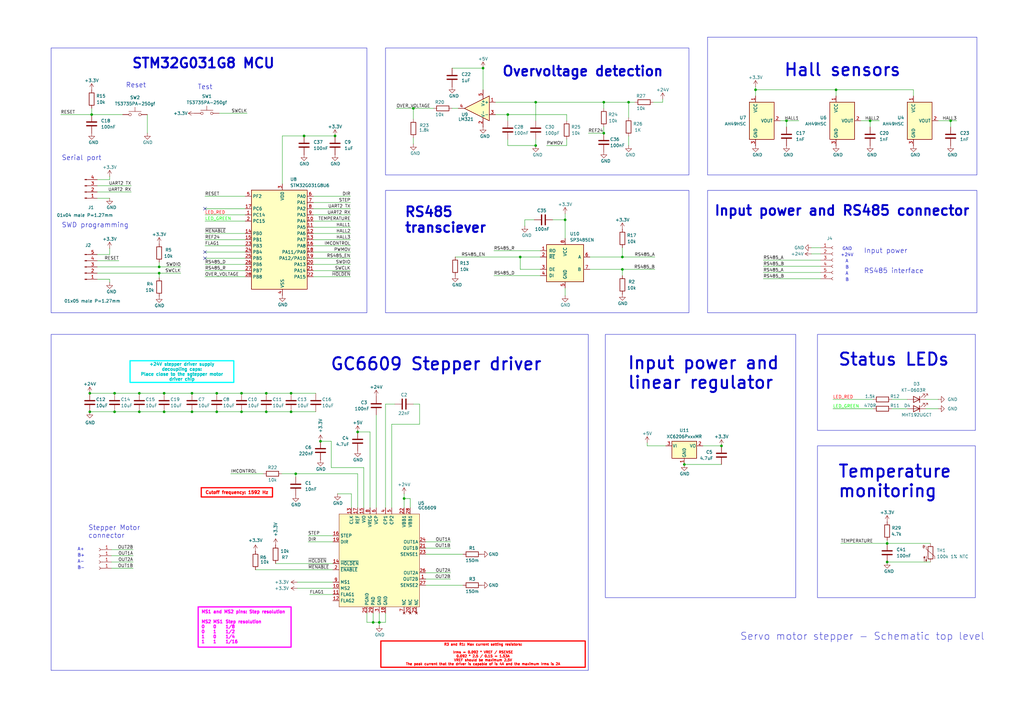
<source format=kicad_sch>
(kicad_sch (version 20231120) (generator "eeschema") (generator_version "8.0")
  (paper "A3")
  (title_block (title "Servo motor stepper M3 - Schematic top level") (date "2024-07-17") (rev "V8"))
  (junction (at 165.735 204.47))
  (junction (at 57.15 161.29))
  (junction (at 37.592 46.99))
  (junction (at 119.38 168.91))
  (junction (at 46.99 161.29))
  (junction (at 389.89 49.53))
  (junction (at 213.36 105.41))
  (junction (at 65.278 112.014))
  (junction (at 169.545 44.45))
  (junction (at 124.714 55.753))
  (junction (at 65.278 109.474))
  (junction (at 67.31 161.29))
  (junction (at 247.65 41.91))
  (junction (at 255.27 110.49))
  (junction (at 46.99 168.91))
  (junction (at 219.71 59.69))
  (junction (at 67.31 168.91))
  (junction (at 137.414 55.753))
  (junction (at 198.12 27.94))
  (junction (at 363.855 230.505))
  (junction (at 99.06 168.91))
  (junction (at 295.91 182.88))
  (junction (at 109.22 161.29))
  (junction (at 119.38 161.29))
  (junction (at 78.74 161.29))
  (junction (at 36.83 168.91))
  (junction (at 99.06 161.29))
  (junction (at 121.285 194.31))
  (junction (at 219.71 41.91))
  (junction (at 309.88 36.83))
  (junction (at 208.28 46.99))
  (junction (at 322.58 49.53))
  (junction (at 57.15 168.91))
  (junction (at 257.81 41.91))
  (junction (at 363.855 222.885))
  (junction (at 131.445 180.975))
  (junction (at 342.9 36.83))
  (junction (at 247.65 54.61))
  (junction (at 231.775 90.17))
  (junction (at 155.575 255.27))
  (junction (at 255.27 105.41))
  (junction (at 36.83 161.29))
  (junction (at 146.685 177.165))
  (junction (at 88.9 168.91))
  (junction (at 109.22 168.91))
  (junction (at 88.9 161.29))
  (junction (at 78.74 168.91))
  (junction (at 153.035 255.27))
  (junction (at 356.87 49.53))
  (junction (at 280.67 190.5))
  (no_connect (at 84.074 105.918))
  (no_connect (at 84.074 103.378))
  (no_connect (at 84.074 85.598))
  (wire (pts (xy 172.085 165.735) (xy 169.545 165.735)))
  (wire (pts (xy 320.04 49.53) (xy 322.58 49.53)))
  (wire (pts (xy 271.78 41.91) (xy 267.97 41.91)))
  (wire (pts (xy 99.06 161.29) (xy 109.22 161.29)))
  (wire (pts (xy 186.69 105.41) (xy 213.36 105.41)))
  (wire (pts (xy 208.28 46.99) (xy 232.41 46.99)))
  (wire (pts (xy 162.56 44.45) (xy 169.545 44.45)))
  (wire (pts (xy 379.73 163.83) (xy 384.81 163.83)))
  (wire (pts (xy 39.878 109.474) (xy 65.278 109.474)))
  (wire (pts (xy 224.155 59.69) (xy 232.41 59.69)))
  (wire (pts (xy 332.74 104.14) (xy 336.55 104.14)))
  (wire (pts (xy 143.764 98.298) (xy 128.524 98.298)))
  (wire (pts (xy 143.764 105.918) (xy 128.524 105.918)))
  (wire (pts (xy 356.87 49.53) (xy 360.68 49.53)))
  (wire (pts (xy 143.764 90.678) (xy 128.524 90.678)))
  (wire (pts (xy 84.074 108.458) (xy 100.584 108.458)))
  (wire (pts (xy 215.265 90.17) (xy 215.265 92.71)))
  (wire (pts (xy 165.735 204.47) (xy 165.735 208.28)))
  (wire (pts (xy 184.785 224.79) (xy 174.625 224.79)))
  (wire (pts (xy 57.15 161.29) (xy 67.31 161.29)))
  (wire (pts (xy 37.592 46.99) (xy 50.292 46.99)))
  (wire (pts (xy 219.71 59.69) (xy 219.71 57.15)))
  (wire (pts (xy 143.764 80.518) (xy 128.524 80.518)))
  (wire (pts (xy 169.545 44.45) (xy 169.545 48.895)))
  (wire (pts (xy 143.764 103.378) (xy 128.524 103.378)))
  (wire (pts (xy 332.74 101.6) (xy 336.55 101.6)))
  (wire (pts (xy 39.878 78.74) (xy 53.848 78.74)))
  (wire (pts (xy 255.27 101.6) (xy 255.27 105.41)))
  (wire (pts (xy 255.27 105.41) (xy 268.605 105.41)))
  (wire (pts (xy 78.74 168.91) (xy 88.9 168.91)))
  (wire (pts (xy 169.545 44.45) (xy 177.8 44.45)))
  (wire (pts (xy 255.27 110.49) (xy 255.27 113.03)))
  (wire (pts (xy 144.145 208.28) (xy 144.145 202.565)))
  (wire (pts (xy 128.524 85.598) (xy 143.764 85.598)))
  (wire (pts (xy 39.878 104.394) (xy 44.958 104.394)))
  (wire (pts (xy 128.524 88.138) (xy 143.764 88.138)))
  (wire (pts (xy 143.764 95.758) (xy 128.524 95.758)))
  (wire (pts (xy 84.074 103.378) (xy 100.584 103.378)))
  (wire (pts (xy 374.65 39.37) (xy 374.65 36.83)))
  (wire (pts (xy 174.625 240.03) (xy 189.865 240.03)))
  (wire (pts (xy 241.935 110.49) (xy 255.27 110.49)))
  (wire (pts (xy 113.03 231.14) (xy 136.525 231.14)))
  (wire (pts (xy 389.89 49.53) (xy 389.89 52.07)))
  (wire (pts (xy 143.764 83.058) (xy 128.524 83.058)))
  (wire (pts (xy 109.22 168.91) (xy 119.38 168.91)))
  (wire (pts (xy 143.764 100.838) (xy 128.524 100.838)))
  (wire (pts (xy 353.06 49.53) (xy 356.87 49.53)))
  (wire (pts (xy 57.15 168.91) (xy 67.31 168.91)))
  (wire (pts (xy 208.28 46.99) (xy 208.28 49.53)))
  (wire (pts (xy 158.115 165.735) (xy 158.115 208.28)))
  (wire (pts (xy 184.785 237.49) (xy 174.625 237.49)))
  (wire (pts (xy 126.365 219.71) (xy 136.525 219.71)))
  (wire (pts (xy 257.81 55.88) (xy 257.81 59.69)))
  (wire (pts (xy 213.36 105.41) (xy 221.615 105.41)))
  (wire (pts (xy 365.76 163.83) (xy 372.11 163.83)))
  (wire (pts (xy 127 243.84) (xy 136.525 243.84)))
  (wire (pts (xy 363.855 222.885) (xy 381.635 222.885)))
  (wire (pts (xy 257.81 41.91) (xy 257.81 48.26)))
  (wire (pts (xy 379.73 167.64) (xy 384.81 167.64)))
  (wire (pts (xy 165.735 202.565) (xy 165.735 204.47)))
  (wire (pts (xy 161.925 165.735) (xy 158.115 165.735)))
  (wire (pts (xy 313.055 109.22) (xy 336.55 109.22)))
  (wire (pts (xy 313.055 106.68) (xy 336.55 106.68)))
  (wire (pts (xy 202.565 102.87) (xy 221.615 102.87)))
  (wire (pts (xy 149.225 208.28) (xy 149.225 191.77)))
  (wire (pts (xy 121.92 241.3) (xy 136.525 241.3)))
  (wire (pts (xy 208.28 57.15) (xy 208.28 59.69)))
  (wire (pts (xy 121.285 194.31) (xy 121.285 195.58)))
  (wire (pts (xy 231.775 90.17) (xy 231.775 97.79)))
  (wire (pts (xy 168.275 204.47) (xy 165.735 204.47)))
  (wire (pts (xy 126.365 222.25) (xy 136.525 222.25)))
  (wire (pts (xy 160.655 173.99) (xy 172.085 173.99)))
  (wire (pts (xy 154.305 170.18) (xy 154.305 208.28)))
  (wire (pts (xy 54.61 233.045) (xy 45.72 233.045)))
  (wire (pts (xy 39.878 73.66) (xy 44.958 73.66)))
  (wire (pts (xy 184.785 222.25) (xy 174.625 222.25)))
  (wire (pts (xy 115.57 194.31) (xy 121.285 194.31)))
  (wire (pts (xy 143.764 108.458) (xy 128.524 108.458)))
  (wire (pts (xy 363.855 230.505) (xy 381.635 230.505)))
  (wire (pts (xy 39.878 81.28) (xy 44.958 81.28)))
  (wire (pts (xy 36.83 161.29) (xy 46.99 161.29)))
  (wire (pts (xy 265.43 181.61) (xy 265.43 182.88)))
  (wire (pts (xy 213.36 110.49) (xy 221.615 110.49)))
  (wire (pts (xy 84.074 100.838) (xy 100.584 100.838)))
  (wire (pts (xy 231.775 87.63) (xy 231.775 90.17)))
  (wire (pts (xy 143.764 93.218) (xy 128.524 93.218)))
  (wire (pts (xy 144.145 202.565) (xy 138.43 202.565)))
  (wire (pts (xy 65.278 107.569) (xy 65.278 109.474)))
  (wire (pts (xy 203.2 41.91) (xy 219.71 41.91)))
  (wire (pts (xy 37.592 44.45) (xy 37.592 46.99)))
  (wire (pts (xy 389.89 49.53) (xy 392.43 49.53)))
  (wire (pts (xy 265.43 182.88) (xy 273.05 182.88)))
  (wire (pts (xy 363.855 221.615) (xy 363.855 222.885)))
  (wire (pts (xy 219.71 49.53) (xy 219.71 41.91)))
  (wire (pts (xy 169.545 56.515) (xy 169.545 59.055)))
  (wire (pts (xy 44.958 114.554) (xy 44.958 115.824)))
  (wire (pts (xy 65.278 112.014) (xy 74.168 112.014)))
  (wire (pts (xy 84.074 105.918) (xy 100.584 105.918)))
  (wire (pts (xy 257.81 41.91) (xy 260.35 41.91)))
  (wire (pts (xy 150.495 251.46) (xy 150.495 255.27)))
  (wire (pts (xy 226.695 90.17) (xy 231.775 90.17)))
  (wire (pts (xy 168.275 208.28) (xy 168.275 204.47)))
  (wire (pts (xy 158.115 251.46) (xy 158.115 255.27)))
  (wire (pts (xy 88.9 161.29) (xy 99.06 161.29)))
  (wire (pts (xy 149.225 191.77) (xy 135.89 191.77)))
  (wire (pts (xy 39.878 106.934) (xy 48.768 106.934)))
  (wire (pts (xy 203.2 46.99) (xy 208.28 46.99)))
  (wire (pts (xy 231.775 121.285) (xy 231.775 118.11)))
  (wire (pts (xy 84.074 90.678) (xy 100.584 90.678)))
  (wire (pts (xy 313.055 114.3) (xy 336.55 114.3)))
  (wire (pts (xy 155.575 251.46) (xy 155.575 255.27)))
  (wire (pts (xy 322.58 49.53) (xy 322.58 52.07)))
  (wire (pts (xy 174.625 227.33) (xy 189.865 227.33)))
  (wire (pts (xy 60.452 46.99) (xy 60.452 54.61)))
  (wire (pts (xy 84.074 95.758) (xy 100.584 95.758)))
  (wire (pts (xy 39.878 112.014) (xy 65.278 112.014)))
  (wire (pts (xy 153.035 255.27) (xy 155.575 255.27)))
  (wire (pts (xy 94.615 194.31) (xy 107.95 194.31)))
  (wire (pts (xy 84.074 113.538) (xy 100.584 113.538)))
  (wire (pts (xy 219.075 90.17) (xy 215.265 90.17)))
  (wire (pts (xy 24.892 46.99) (xy 37.592 46.99)))
  (wire (pts (xy 99.06 168.91) (xy 109.22 168.91)))
  (wire (pts (xy 344.805 222.885) (xy 363.855 222.885)))
  (wire (pts (xy 155.575 255.27) (xy 155.575 256.54)))
  (wire (pts (xy 232.41 46.99) (xy 232.41 49.53)))
  (wire (pts (xy 208.28 59.69) (xy 219.71 59.69)))
  (wire (pts (xy 78.74 161.29) (xy 88.9 161.29)))
  (wire (pts (xy 84.074 98.298) (xy 100.584 98.298)))
  (wire (pts (xy 65.278 113.919) (xy 65.278 112.014)))
  (wire (pts (xy 88.9 168.91) (xy 99.06 168.91)))
  (wire (pts (xy 54.61 225.425) (xy 45.72 225.425)))
  (wire (pts (xy 342.9 39.37) (xy 342.9 36.83)))
  (wire (pts (xy 374.65 36.83) (xy 342.9 36.83)))
  (wire (pts (xy 44.958 104.394) (xy 44.958 101.854)))
  (wire (pts (xy 255.27 110.49) (xy 268.605 110.49)))
  (wire (pts (xy 115.824 75.438) (xy 115.824 55.753)))
  (wire (pts (xy 119.38 161.29) (xy 129.54 161.29)))
  (wire (pts (xy 213.36 105.41) (xy 213.36 110.49)))
  (wire (pts (xy 322.58 49.53) (xy 327.66 49.53)))
  (wire (pts (xy 39.878 76.2) (xy 53.848 76.2)))
  (wire (pts (xy 172.085 173.99) (xy 172.085 165.735)))
  (wire (pts (xy 65.278 109.474) (xy 74.168 109.474)))
  (wire (pts (xy 151.765 177.165) (xy 151.765 208.28)))
  (wire (pts (xy 185.42 44.45) (xy 187.96 44.45)))
  (wire (pts (xy 185.42 27.94) (xy 198.12 27.94)))
  (wire (pts (xy 150.495 255.27) (xy 153.035 255.27)))
  (wire (pts (xy 84.074 88.138) (xy 100.584 88.138)))
  (wire (pts (xy 158.115 255.27) (xy 155.575 255.27)))
  (wire (pts (xy 124.714 55.753) (xy 137.414 55.753)))
  (wire (pts (xy 104.775 233.68) (xy 136.525 233.68)))
  (wire (pts (xy 67.31 168.91) (xy 78.74 168.91)))
  (wire (pts (xy 313.055 111.76) (xy 336.55 111.76)))
  (wire (pts (xy 89.916 46.482) (xy 101.346 46.482)))
  (wire (pts (xy 219.71 41.91) (xy 247.65 41.91)))
  (wire (pts (xy 160.655 208.28) (xy 160.655 173.99)))
  (wire (pts (xy 46.99 168.91) (xy 57.15 168.91)))
  (wire (pts (xy 309.88 35.56) (xy 309.88 36.83)))
  (wire (pts (xy 232.41 57.15) (xy 232.41 59.69)))
  (wire (pts (xy 271.78 40.64) (xy 271.78 41.91)))
  (wire (pts (xy 36.83 168.91) (xy 46.99 168.91)))
  (wire (pts (xy 39.878 114.554) (xy 44.958 114.554)))
  (wire (pts (xy 341.63 167.64) (xy 358.14 167.64)))
  (wire (pts (xy 44.958 73.66) (xy 44.958 72.39)))
  (wire (pts (xy 247.65 41.91) (xy 257.81 41.91)))
  (wire (pts (xy 241.935 105.41) (xy 255.27 105.41)))
  (wire (pts (xy 121.285 194.31) (xy 146.685 194.31)))
  (wire (pts (xy 288.29 182.88) (xy 295.91 182.88)))
  (wire (pts (xy 54.61 227.965) (xy 45.72 227.965)))
  (wire (pts (xy 146.685 177.165) (xy 151.765 177.165)))
  (wire (pts (xy 146.685 208.28) (xy 146.685 194.31)))
  (wire (pts (xy 84.074 85.598) (xy 100.584 85.598)))
  (wire (pts (xy 109.22 161.29) (xy 119.38 161.29)))
  (wire (pts (xy 247.65 41.91) (xy 247.65 44.45)))
  (wire (pts (xy 54.61 230.505) (xy 45.72 230.505)))
  (wire (pts (xy 119.38 168.91) (xy 129.54 168.91)))
  (wire (pts (xy 198.12 27.94) (xy 198.12 36.83)))
  (wire (pts (xy 184.785 234.95) (xy 174.625 234.95)))
  (wire (pts (xy 365.76 167.64) (xy 372.11 167.64)))
  (wire (pts (xy 135.89 180.975) (xy 131.445 180.975)))
  (wire (pts (xy 247.65 52.07) (xy 247.65 54.61)))
  (wire (pts (xy 342.9 36.83) (xy 309.88 36.83)))
  (wire (pts (xy 309.88 36.83) (xy 309.88 39.37)))
  (wire (pts (xy 384.81 49.53) (xy 389.89 49.53)))
  (wire (pts (xy 143.764 113.538) (xy 128.524 113.538)))
  (wire (pts (xy 84.074 110.998) (xy 100.584 110.998)))
  (wire (pts (xy 356.87 49.53) (xy 356.87 52.07)))
  (wire (pts (xy 280.67 190.5) (xy 295.91 190.5)))
  (wire (pts (xy 241.3 54.61) (xy 247.65 54.61)))
  (wire (pts (xy 84.074 80.518) (xy 100.584 80.518)))
  (wire (pts (xy 115.824 55.753) (xy 124.714 55.753)))
  (wire (pts (xy 136.525 238.76) (xy 121.92 238.76)))
  (wire (pts (xy 46.99 161.29) (xy 57.15 161.29)))
  (wire (pts (xy 153.035 251.46) (xy 153.035 255.27)))
  (wire (pts (xy 341.63 163.83) (xy 358.14 163.83)))
  (wire (pts (xy 202.565 113.03) (xy 221.615 113.03)))
  (wire (pts (xy 135.89 191.77) (xy 135.89 180.975)))
  (wire (pts (xy 67.31 161.29) (xy 78.74 161.29)))
  (wire (pts (xy 143.764 110.998) (xy 128.524 110.998)))
  (rectangle (start 248.285 137.16) (end 326.39 245.11))
  (rectangle (start 335.28 137.16) (end 400.05 176.53))
  (rectangle (start 20.955 137.16) (end 241.3 274.955))
  (rectangle (start 158.115 19.685) (end 282.575 71.755))
  (rectangle (start 290.195 15.24) (end 400.685 71.755))
  (rectangle (start 20.955 19.685) (end 150.495 128.27))
  (rectangle (start 158.115 78.105) (end 282.575 128.27))
  (rectangle (start 335.28 182.88) (end 400.05 245.11))
  (rectangle (start 290.195 78.105) (end 400.685 128.27))
  (text_box "Cutoff frequency: 1592 Hz\n" (at 82.55 200.025 0) (size 29.21 3.81) (stroke (width 0.5) (color 255 0 0 1)) (effects (font (size 1.27 1.27) (thickness 0.4) (bold yes))))
  (text_box "+24V stepper driver supply \ndecoupling caps:\nPlace close to the sgtepper motor driver chip" (at 53.34 147.955 0) (size 42.545 8.89) (stroke (width 0.5) (color 0 255 255 1)) (effects (font (size 1.27 1.27) (thickness 0.4) (bold yes))))
  (text_box "MS1 and MS2 pins: Step resolution\n\nMS2	MS1	Step resolution\n0	0	1/8\n0	1	1/2\n1	0	1/4\n1	1	1/16\n" (at 81.28 248.92 0) (size 38.1 16.51) (stroke (width 0.5) (color 255 0 255 1)) (effects (font (size 1.27 1.27) (thickness 0.4) (bold yes)) (justify left top)))
  (text_box "${94df9340-9001-4abf-849e-0a57a0ae12d6:REFERENCE} and ${c2765680-53cb-47ff-a513-50fbdfe64cd0:REFERENCE}: Max current setting resistors:\n\nIrms = 0.092 * VREF / RSENSE\n0.092 * 2.5 / 0.15 = 1.53A\nVREF should be maximum 2.5V\nThe peak current that the driver is capable of is 4A and the maximum Irms is 2A" (at 156.21 262.89 0) (size 83.82 10.795) (stroke (width 0.5) (color 255 0 0 1)) (effects (font (size 1 1) (thickness 0.4) (bold yes))))
  (text "Reset" (at 51.562 36.195 0) (effects (font (size 2 2)) (justify left bottom)))
  (text "Test" (at 81.026 36.957 0) (effects (font (size 2 2)) (justify left bottom)))
  (text "B" (at 346.71 115.57 0) (effects (font (size 1.27 1.27)) (justify left bottom)))
  (text "+24V" (at 344.805 105.41 0) (effects (font (size 1.27 1.27)) (justify left bottom)))
  (text "SWD programming" (at 25.273 93.599 0) (effects (font (size 2 2)) (justify left bottom)))
  (text "Serial port" (at 25.273 66.04 0) (effects (font (size 2 2)) (justify left bottom)))
  (text "GND" (at 345.44 102.87 0) (effects (font (size 1.27 1.27)) (justify left bottom)))
  (text "RS485\ntransciever" (at 165.735 95.885 0) (effects (font (size 4 4) (thickness 0.8) (bold yes)) (justify left bottom)))
  (text "Input power" (at 354.33 104.14 0) (effects (font (size 2 2)) (justify left bottom)))
  (text "B" (at 346.71 110.49 0) (effects (font (size 1.27 1.27)) (justify left bottom)))
  (text "A+" (at 31.75 226.06 0) (effects (font (size 1.27 1.27)) (justify left bottom)))
  (text "Status LEDs" (at 343.535 150.495 0) (effects (font (size 5 5) (thickness 0.8) (bold yes)) (justify left bottom)))
  (text "Overvoltage detection" (at 205.74 31.75 0) (effects (font (size 4 4) (thickness 0.8) (bold yes)) (justify left bottom)))
  (text "Input power and\nlinear regulator" (at 257.175 160.02 0) (effects (font (size 5 5) (thickness 0.8) (bold yes)) (justify left bottom)))
  (text "A" (at 346.71 107.95 0) (effects (font (size 1.27 1.27)) (justify left bottom)))
  (text "Input power and RS485 connector" (at 292.735 88.9 0) (effects (font (size 4 4) (thickness 0.8) (bold yes)) (justify left bottom)))
  (text "A" (at 346.71 113.03 0) (effects (font (size 1.27 1.27)) (justify left bottom)))
  (text "RS485 interface" (at 354.33 112.395 0) (effects (font (size 2 2)) (justify left bottom)))
  (text "Temperature\nmonitoring" (at 343.535 204.47 0) (effects (font (size 5 5) (thickness 0.8) (bold yes)) (justify left bottom)))
  (text "B+" (at 31.75 228.6 0) (effects (font (size 1.27 1.27)) (justify left bottom)))
  (text "Servo motor stepper - Schematic top level" (at 303.53 262.89 0) (effects (font (size 3 3)) (justify left bottom)))
  (text "STM32G031G8 MCU" (at 53.848 28.448 0) (effects (font (size 4 4) (thickness 0.8) (bold yes)) (justify left bottom)))
  (text "A-" (at 31.75 231.14 0) (effects (font (size 1.27 1.27)) (justify left bottom)))
  (text "B-" (at 31.75 233.68 0) (effects (font (size 1.27 1.27)) (justify left bottom)))
  (text "GC6609 Stepper driver" (at 135.255 152.4 0) (effects (font (size 5 5) (thickness 0.8) (bold yes)) (justify left bottom)))
  (text "Hall sensors" (at 321.31 31.75 0) (effects (font (size 5 5) (thickness 0.8) (bold yes)) (justify left bottom)))
  (text "Stepper Motor\nconnector" (at 36.195 220.98 0) (effects (font (size 2 2)) (justify left bottom)))
  (label "DIR" (at 126.365 222.25 0))
  (label "RESET" (at 48.768 106.934 180))
  (label "OUT1A" (at 184.785 222.25 180))
  (label "RS485_EN" (at 143.764 105.918 180))
  (label "~{MENABLE}" (at 84.074 95.758 0))
  (label "SWCLK" (at 74.168 112.014 180))
  (label "OVER_VOLTAGE" (at 84.074 113.538 0))
  (label "HALL2" (at 360.68 49.53 180))
  (label "OUT2A" (at 184.785 234.95 180))
  (label "REF24" (at 241.3 54.61 0))
  (label "RS485_R" (at 202.565 102.87 0))
  (label "RS485_EN" (at 189.23 105.41 0))
  (label "DIR" (at 143.764 80.518 180))
  (label "OUT2B" (at 184.785 237.49 180))
  (label "OUT2B" (at 54.61 225.425 180))
  (label "LED_GREEN" (at 84.074 90.678 0))
  (label "~{MENABLE}" (at 126.365 233.68 0))
  (label "RS485_B" (at 313.055 109.22 0))
  (label "SWCLK" (at 143.764 110.998 180))
  (label "STEP" (at 126.365 219.71 0))
  (label "RS485_A" (at 313.055 106.68 0))
  (label "OUT1A" (at 54.61 227.965 180))
  (label "PWMOV" (at 224.155 59.69 0))
  (label "UART2 RX" (at 53.848 78.74 180))
  (label "OUT1B" (at 54.61 233.045 180))
  (label "RESET" (at 24.892 46.99 0))
  (label "PWMOV" (at 143.764 103.378 180))
  (label "RS485_A" (at 313.055 111.76 0))
  (label "RS485_A" (at 268.605 105.41 180))
  (label "HALL2" (at 143.764 95.758 180))
  (label "~{HOLDEN}" (at 136.144 113.538 0))
  (label "LED_RED" (at 84.074 88.138 0))
  (label "RESET" (at 84.074 80.518 0))
  (label "OVER_VOLTAGE" (at 162.56 44.45 0))
  (label "RS485_B" (at 313.055 114.3 0))
  (label "RS485_D" (at 202.565 113.03 0))
  (label "HALL3" (at 143.764 98.298 180))
  (label "LED_RED" (at 341.63 163.83 0))
  (label "LED_GREEN" (at 341.63 167.64 0))
  (label "SWCLK" (at 101.346 46.482 180))
  (label "REF24" (at 84.074 98.298 0))
  (label "IMCONTROL" (at 143.764 100.838 180))
  (label "RS485_R" (at 84.074 110.998 0))
  (label "UART2 TX" (at 143.764 85.598 180))
  (label "~{HOLDEN}" (at 126.365 231.14 0))
  (label "FLAG1" (at 84.074 100.838 0))
  (label "SWDIO" (at 74.168 109.474 180))
  (label "UART2 TX" (at 53.848 76.2 180))
  (label "HALL1" (at 143.764 93.218 180))
  (label "TEMPERATURE" (at 344.805 222.885 0))
  (label "RS485_B" (at 268.605 110.49 180))
  (label "HALL3" (at 392.43 49.53 180))
  (label "UART2 RX" (at 143.764 88.138 180))
  (label "TEMPERATURE" (at 143.764 90.678 180))
  (label "OUT2A" (at 54.61 230.505 180))
  (label "FLAG1" (at 127 243.84 0))
  (label "IMCONTROL" (at 94.615 194.31 0))
  (label "SWDIO" (at 143.764 108.458 180))
  (label "HALL1" (at 327.66 49.53 180))
  (label "STEP" (at 143.764 83.058 180))
  (label "OUT1B" (at 184.785 224.79 180))
  (label "RS485_D" (at 84.074 108.458 0))
  (symbol (lib_id "power:GND") (at 363.855 230.505 0) (unit 1)
    (property "Reference" "#PWR071" (effects (hide yes)))
    (property "Value" "GND" (at 362.585 234.315 0) (effects (justify left)))
  )
  (symbol (lib_id "power:+3.3V") (at 309.88 35.56 0) (unit 1)
    (property "Reference" "#PWR028" (effects (hide yes)))
    (property "Value" "+3.3V" (at 309.88 31.75 0))
  )
  (symbol (lib_id "power:+3.3V") (at 231.775 87.63 0) (unit 1)
    (property "Reference" "#PWR033" (effects (hide yes)))
    (property "Value" "+3.3V" (at 231.775 83.82 0))
  )
  (symbol (lib_id "power:GND") (at 356.87 59.69 0) (unit 1)
    (property "Reference" "#PWR0105" (effects (hide yes)))
    (property "Value" "GND" (at 355.6 63.5 0) (effects (justify left)))
  )
  (symbol (lib_id "Device:C") (at 37.592 50.8 0) (unit 1)
    (property "Reference" "C18" (at 41.402 49.5299 0) (effects (justify left)))
    (property "Value" "100nF" (at 41.402 52.0699 0) (effects (justify left)))
    (property "Footprint" "Capacitor_SMD:C_0402_1005Metric" (effects (hide yes)))
    (property "LCSC" "C307331" (effects (hide yes)))
  )
  (symbol (lib_id "power:+3.3V") (at 137.414 55.753 0) (unit 1)
    (property "Reference" "#PWR07" (effects (hide yes)))
    (property "Value" "+3.3V" (at 137.414 51.943 0))
  )
  (symbol (lib_id "power:+3.3V") (at 295.91 182.88 0) (unit 1)
    (property "Reference" "#PWR060" (effects (hide yes)))
    (property "Value" "+3.3V" (at 295.91 179.07 0))
  )
  (symbol (lib_id "Sensor_Magnetic:A1101ELHL") (at 312.42 49.53 0) (unit 1) (exclude_from_sim yes)
    (property "Reference" "U7" (at 306.07 48.2599 0) (effects (justify right)))
    (property "Value" "AH49HSC" (at 306.07 50.7999 0) (effects (justify right)))
    (property "Footprint" "Package_TO_SOT_SMD:SOT-23" (effects (hide yes)))
    (property "LCSC" "C510723" (effects (hide yes)))
  )
  (symbol (lib_id "Device:C") (at 99.06 165.1 0) (unit 1)
    (property "Reference" "C10" (at 101.6 163.83 0) (effects (justify left)))
    (property "Value" "10uF" (at 101.6 166.37 0) (effects (justify left)))
    (property "Footprint" "Capacitor_SMD:C_0603_1608Metric" (effects (hide yes)))
    (property "LCSC" "C194427" (effects (hide yes)))
  )
  (symbol (lib_id "power:GND") (at 322.58 59.69 0) (unit 1)
    (property "Reference" "#PWR0110" (effects (hide yes)))
    (property "Value" "GND" (at 321.31 63.5 0) (effects (justify left)))
  )
  (symbol (lib_id "power:GND") (at 309.88 59.69 0) (unit 1)
    (property "Reference" "#PWR0108" (effects (hide yes)))
    (property "Value" "GND" (at 308.61 63.5 0) (effects (justify left)))
  )
  (symbol (lib_id "power:GND") (at 384.81 163.83 90) (unit 1)
    (property "Reference" "#PWR030" (effects (hide yes)))
    (property "Value" "GND" (at 388.62 163.8299 90) (effects (justify right)))
  )
  (symbol (lib_id "Device:R") (at 111.76 194.31 90) (unit 1)
    (property "Reference" "R22" (at 111.76 191.77 90))
    (property "Value" "10k" (at 111.76 196.85 90))
    (property "Footprint" "Resistor_SMD:R_0402_1005Metric" (effects (hide yes)))
    (property "LCSC" "C25744" (effects (hide yes)))
  )
  (symbol (lib_id "Sensor_Magnetic:A1101ELHL") (at 377.19 49.53 0) (unit 1) (exclude_from_sim yes)
    (property "Reference" "U4" (at 370.84 48.2599 0) (effects (justify right)))
    (property "Value" "AH49HSC" (at 370.84 50.7999 0) (effects (justify right)))
    (property "Footprint" "Package_TO_SOT_SMD:SOT-23" (effects (hide yes)))
    (property "LCSC" "C510723" (effects (hide yes)))
  )
  (symbol (lib_id "power:GND") (at 121.285 203.2 0) (unit 1)
    (property "Reference" "#PWR038" (effects (hide yes)))
    (property "Value" "GND" (at 119.38 207.01 0) (effects (justify left)))
  )
  (symbol (lib_id "power:+3.3V") (at 37.592 36.83 0) (unit 1)
    (property "Reference" "#PWR035" (effects (hide yes)))
    (property "Value" "+3.3V" (at 37.592 33.02 0))
  )
  (symbol (lib_id "Device:C") (at 119.38 165.1 0) (unit 1)
    (property "Reference" "C13" (at 121.92 163.83 0) (effects (justify left)))
    (property "Value" "10uF" (at 121.92 166.37 0) (effects (justify left)))
    (property "Footprint" "Capacitor_SMD:C_0603_1608Metric" (effects (hide yes)))
    (property "LCSC" "C194427" (effects (hide yes)))
  )
  (symbol (lib_id "power:GND") (at 255.27 120.65 0) (unit 1)
    (property "Reference" "#PWR018" (effects (hide yes)))
    (property "Value" "GND" (at 253.365 124.46 0) (effects (justify left)))
  )
  (symbol (lib_id "power:GND") (at 65.278 121.539 0) (unit 1)
    (property "Reference" "#PWR09" (effects (hide yes)))
    (property "Value" "GND" (at 63.373 125.349 0) (effects (justify left)))
  )
  (symbol (lib_id "power:GND") (at 219.71 59.69 0) (unit 1)
    (property "Reference" "#PWR058" (effects (hide yes)))
    (property "Value" "GND" (at 218.44 63.5 0) (effects (justify left)))
  )
  (symbol (lib_id "power:+3.3V") (at 121.92 241.3 90) (unit 1)
    (property "Reference" "#PWR043" (effects (hide yes)))
    (property "Value" "+3.3V" (at 115.57 241.3 90))
  )
  (symbol (lib_id "Device:R") (at 113.03 227.33 0) (unit 1)
    (property "Reference" "R7" (at 116.84 228.6 0))
    (property "Value" "10k" (at 116.84 226.06 0))
    (property "Footprint" "Resistor_SMD:R_0402_1005Metric" (effects (hide yes)))
    (property "LCSC" "C25744" (effects (hide yes)))
  )
  (symbol (lib_id "power:GND") (at 185.42 35.56 0) (unit 1)
    (property "Reference" "#PWR044" (effects (hide yes)))
    (property "Value" "GND" (at 184.15 39.37 0) (effects (justify left)))
  )
  (symbol (lib_id "Device:R") (at 255.27 116.84 180) (unit 1)
    (property "Reference" "R2" (at 259.08 115.57 0))
    (property "Value" "10k" (at 259.08 118.11 0))
    (property "Footprint" "Resistor_SMD:R_0402_1005Metric" (effects (hide yes)))
    (property "LCSC" "C25744" (effects (hide yes)))
  )
  (symbol (lib_id "Device:LED") (at 375.92 167.64 180) (unit 1) (exclude_from_sim yes)
    (property "Reference" "D4" (at 372.11 166.37 0))
    (property "Value" "MHT192UGCT" (at 375.92 170.18 0))
    (property "Footprint" "LED_SMD:LED_0603_1608Metric" (effects (hide yes)))
    (property "LCSC" "C389519" (effects (hide yes)))
  )
  (symbol (lib_id "power:GND") (at 44.958 115.824 0) (unit 1)
    (property "Reference" "#PWR05" (effects (hide yes)))
    (property "Value" "GND" (at 43.688 119.634 0) (effects (justify left)))
  )
  (symbol (lib_id "Device:C") (at 185.42 31.75 0) (unit 1)
    (property "Reference" "C22" (at 189.23 30.4799 0) (effects (justify left)))
    (property "Value" "1uF" (at 189.23 33.0199 0) (effects (justify left)))
    (property "Footprint" "Capacitor_SMD:C_0402_1005Metric" (effects (hide yes)))
    (property "LCSC" "C52923" (effects (hide yes)))
  )
  (symbol (lib_id "power:GND") (at 169.545 59.055 0) (unit 1)
    (property "Reference" "#PWR049" (effects (hide yes)))
    (property "Value" "GND" (at 168.275 62.865 0) (effects (justify left)))
  )
  (symbol (lib_id "power:GND") (at 115.824 121.158 0) (unit 1)
    (property "Reference" "#PWR029" (effects (hide yes)))
    (property "Value" "GND" (at 113.919 124.968 0) (effects (justify left)))
  )
  (symbol (lib_id "Device:R") (at 169.545 52.705 180) (unit 1)
    (property "Reference" "R23" (at 173.99 51.435 0))
    (property "Value" "1.8k" (at 173.99 53.34 0))
    (property "Footprint" "Resistor_SMD:R_0603_1608Metric" (effects (hide yes)))
    (property "LCSC" "C4177" (effects (hide yes)))
  )
  (symbol (lib_id "power:GND") (at 137.414 63.373 0) (unit 1)
    (property "Reference" "#PWR021" (effects (hide yes)))
    (property "Value" "GND" (at 135.509 67.183 0) (effects (justify left)))
  )
  (symbol (lib_id "Device:C") (at 295.91 186.69 0) (unit 1)
    (property "Reference" "C5" (at 289.56 185.42 0) (effects (justify left)))
    (property "Value" "4.7uF" (at 287.02 187.96 0) (effects (justify left)))
    (property "Footprint" "Capacitor_SMD:C_0402_1005Metric" (effects (hide yes)))
    (property "LCSC" "C23733" (effects (hide yes)))
  )
  (symbol (lib_id "power:+3.3V") (at 121.92 238.76 90) (unit 1)
    (property "Reference" "#PWR045" (effects (hide yes)))
    (property "Value" "+3.3V" (at 115.57 238.76 90))
  )
  (symbol (lib_id "Device:R") (at 361.95 167.64 90) (unit 1)
    (property "Reference" "R11" (at 367.03 166.37 90))
    (property "Value" "470R" (at 356.87 166.37 90))
    (property "Footprint" "Resistor_SMD:R_0402_1005Metric" (effects (hide yes)))
    (property "LCSC" "C25117" (effects (hide yes)))
  )
  (symbol (lib_id "power:GND") (at 37.592 54.61 0) (unit 1)
    (property "Reference" "#PWR036" (effects (hide yes)))
    (property "Value" "GND" (at 36.322 58.42 0) (effects (justify left)))
  )
  (symbol (lib_id "Device:C") (at 131.445 184.785 0) (unit 1)
    (property "Reference" "C6" (at 125.095 183.515 0) (effects (justify left)))
    (property "Value" "220nF" (at 122.555 186.055 0) (effects (justify left)))
    (property "Footprint" "Capacitor_SMD:C_0402_1005Metric" (effects (hide yes)))
    (property "LCSC" "C16772" (effects (hide yes)))
  )
  (symbol (lib_id "power:GND") (at 60.452 54.61 0) (unit 1)
    (property "Reference" "#PWR039" (effects (hide yes)))
    (property "Value" "GND" (at 58.547 58.42 0) (effects (justify left)))
  )
  (symbol (lib_id "power:GND") (at 197.485 240.03 90) (unit 1)
    (property "Reference" "#PWR015" (effects (hide yes)))
    (property "Value" "GND" (at 204.47 240.03 90) (effects (justify left)))
  )
  (symbol (lib_id "power:GND") (at 124.714 63.373 0) (unit 1)
    (property "Reference" "#PWR027" (effects (hide yes)))
    (property "Value" "GND" (at 122.809 67.183 0) (effects (justify left)))
  )
  (symbol (lib_id "Connector:Conn_01x01_Socket") (at 40.64 225.425 180) (unit 1) (in_bom no)
    (property "Reference" "J8" (effects (hide yes)))
    (property "Value" "Conn_01x01_Socket" (effects (hide yes)))
    (property "Footprint" "servo_motor:Pad_3mm_TopOnly" (effects (hide yes)))
  )
  (symbol (lib_id "Device:C") (at 36.83 165.1 0) (unit 1)
    (property "Reference" "C12" (at 39.37 163.83 0) (effects (justify left)))
    (property "Value" "10uF" (at 39.37 166.37 0) (effects (justify left)))
    (property "Footprint" "Capacitor_SMD:C_0603_1608Metric" (effects (hide yes)))
    (property "LCSC" "C194427" (effects (hide yes)))
  )
  (symbol (lib_id "Device:C") (at 154.305 166.37 0) (unit 1)
    (property "Reference" "C3" (at 147.955 165.1 0) (effects (justify left)))
    (property "Value" "100nF" (at 145.415 167.64 0) (effects (justify left)))
    (property "Footprint" "Capacitor_SMD:C_0402_1005Metric" (effects (hide yes)))
    (property "LCSC" "C307331" (effects (hide yes)))
  )
  (symbol (lib_id "power:GND") (at 36.83 168.91 0) (unit 1)
    (property "Reference" "#PWR032" (effects (hide yes)))
    (property "Value" "GND" (at 34.925 173.355 0) (effects (justify left)))
  )
  (symbol (lib_id "Device:C") (at 247.65 58.42 0) (unit 1)
    (property "Reference" "C36" (at 250.19 57.15 0) (effects (justify left)))
    (property "Value" "100nF" (at 250.19 59.69 0) (effects (justify left)))
    (property "Footprint" "Capacitor_SMD:C_0402_1005Metric" (effects (hide yes)))
    (property "LCSC" "C307331" (effects (hide yes)))
  )
  (symbol (lib_id "Device:R") (at 104.775 229.87 180) (unit 1)
    (property "Reference" "R6" (at 107.95 228.6 0))
    (property "Value" "10k" (at 108.585 230.505 0))
    (property "Footprint" "Resistor_SMD:R_0402_1005Metric" (effects (hide yes)))
    (property "LCSC" "C25744" (effects (hide yes)))
  )
  (symbol (lib_id "power:GND") (at 146.685 184.785 0) (unit 1)
    (property "Reference" "#PWR013" (effects (hide yes)))
    (property "Value" "GND" (at 144.78 188.595 0) (effects (justify left)))
  )
  (symbol (lib_id "power:GND") (at 155.575 256.54 0) (unit 1)
    (property "Reference" "#PWR012" (effects (hide yes)))
    (property "Value" "GND" (at 153.67 260.35 0) (effects (justify left)))
  )
  (symbol (lib_id "Device:C") (at 222.885 90.17 90) (unit 1)
    (property "Reference" "C35" (at 224.155 86.36 90) (effects (justify left)))
    (property "Value" "100nF" (at 225.425 93.98 90) (effects (justify left)))
    (property "Footprint" "Capacitor_SMD:C_0402_1005Metric" (effects (hide yes)))
    (property "LCSC" "C307331" (effects (hide yes)))
  )
  (symbol (lib_id "power:+10V") (at 198.12 27.94 0) (unit 1)
    (property "Reference" "#PWR050" (effects (hide yes)))
    (property "Value" "+5V" (at 198.12 24.13 0))
  )
  (symbol (lib_id "power:GND") (at 389.89 59.69 0) (unit 1)
    (property "Reference" "#PWR0106" (effects (hide yes)))
    (property "Value" "GND" (at 388.62 63.5 0) (effects (justify left)))
  )
  (symbol (lib_id "Device:R") (at 361.95 163.83 90) (unit 1)
    (property "Reference" "R12" (at 367.03 162.56 90))
    (property "Value" "1.5k" (at 356.87 162.56 90))
    (property "Footprint" "Resistor_SMD:R_0402_1005Metric" (effects (hide yes)))
    (property "LCSC" "C25867" (effects (hide yes)))
  )
  (symbol (lib_id "Connector:Conn_01x04_Pin") (at 34.798 78.74 0) (mirror x) (unit 1) (in_bom no)
    (property "Reference" "J1" (at 37.338 85.09 0))
    (property "Value" "01x04 male P=1.27mm" (at 34.798 88.265 0))
    (property "Footprint" "Connector_PinHeader_1.27mm:PinHeader_1x04_P1.27mm_Vertical" (effects (hide yes)))
  )
  (symbol (lib_id "power:GND") (at 332.74 101.6 270) (mirror x) (unit 1)
    (property "Reference" "#PWR020" (effects (hide yes)))
    (property "Value" "GND" (at 325.755 101.6 90) (effects (justify left)))
  )
  (symbol (lib_id "Device:R") (at 264.16 41.91 270) (unit 1)
    (property "Reference" "R27" (at 262.89 39.37 90))
    (property "Value" "10k" (at 262.89 44.45 90))
    (property "Footprint" "Resistor_SMD:R_0402_1005Metric" (effects (hide yes)))
    (property "LCSC" "C25744" (effects (hide yes)))
  )
  (symbol (lib_id "power:+3.3V") (at 44.958 72.39 0) (unit 1)
    (property "Reference" "#PWR02" (effects (hide yes)))
    (property "Value" "+3.3V" (at 44.958 68.58 0))
  )
  (symbol (lib_id "Connector:Conn_01x06_Socket") (at 341.63 106.68 0) (unit 1)
    (property "Reference" "J4" (at 339.09 97.79 0) (effects (justify left)))
    (property "Value" "Conn_01x06_Socket" (effects (hide yes)))
    (property "Footprint" "Connector_PinSocket_2.00mm:PinSocket_1x06_P2.00mm_Vertical" (effects (hide yes)))
  )
  (symbol (lib_id "power:+3.3V") (at 65.278 99.949 0) (unit 1)
    (property "Reference" "#PWR010" (effects (hide yes)))
    (property "Value" "+3.3V" (at 65.278 96.139 0))
  )
  (symbol (lib_id "power:+24V") (at 154.305 162.56 0) (unit 1)
    (property "Reference" "#PWR011" (effects (hide yes)))
    (property "Value" "+24V" (at 154.305 158.75 0))
  )
  (symbol (lib_id "Device:R") (at 65.278 117.729 180) (unit 1)
    (property "Reference" "R4" (at 61.468 116.459 0))
    (property "Value" "10k" (at 61.468 118.999 0))
    (property "Footprint" "Resistor_SMD:R_0402_1005Metric" (effects (hide yes)))
    (property "LCSC" "C25744" (effects (hide yes)))
  )
  (symbol (lib_id "Connector:Conn_01x01_Socket") (at 40.64 227.965 180) (unit 1) (in_bom no)
    (property "Reference" "J3" (effects (hide yes)))
    (property "Value" "Conn_01x01_Socket" (effects (hide yes)))
    (property "Footprint" "servo_motor:Pad_3mm_TopOnly" (effects (hide yes)))
  )
  (symbol (lib_id "power:GND") (at 384.81 167.64 90) (unit 1)
    (property "Reference" "#PWR031" (effects (hide yes)))
    (property "Value" "GND" (at 388.62 167.6399 90) (effects (justify right)))
  )
  (symbol (lib_id "Interface_UART:SP3485EN") (at 231.775 107.95 0) (unit 1)
    (property "Reference" "U10" (at 233.7309 95.885 0) (effects (justify left)))
    (property "Value" "SP3485EN" (at 233.7309 98.425 0) (effects (justify left)))
    (property "Footprint" "Package_SO:SOIC-8_3.9x4.9mm_P1.27mm" (effects (hide yes)))
    (property "Datasheet" "http://www.icbase.com/pdf/SPX/SPX00480106.pdf" (effects (hide yes)))
    (property "LCSC" "C8963" (effects (hide yes)))
  )
  (symbol (lib_id "Device:R") (at 181.61 44.45 270) (unit 1)
    (property "Reference" "R20" (at 180.34 41.91 90))
    (property "Value" "10k" (at 180.34 46.99 90))
    (property "Footprint" "Resistor_SMD:R_0402_1005Metric" (effects (hide yes)))
    (property "LCSC" "C25744" (effects (hide yes)))
  )
  (symbol (lib_id "Device:Thermistor_NTC") (at 381.635 226.695 0) (unit 1) (exclude_from_sim yes)
    (property "Reference" "TH1" (at 384.175 225.7424 0) (effects (justify left)))
    (property "Value" "100k 1% NTC" (at 384.175 228.2824 0) (effects (justify left)))
    (property "Footprint" "Resistor_SMD:R_0402_1005Metric" (effects (hide yes)))
    (property "LCSC" "C236279" (effects (hide yes)))
  )
  (symbol (lib_id "power:GND") (at 342.9 59.69 0) (unit 1)
    (property "Reference" "#PWR0107" (effects (hide yes)))
    (property "Value" "GND" (at 341.63 63.5 0) (effects (justify left)))
  )
  (symbol (lib_id "Device:C") (at 57.15 165.1 0) (unit 1)
    (property "Reference" "C15" (at 59.69 163.83 0) (effects (justify left)))
    (property "Value" "10uF" (at 59.69 166.37 0) (effects (justify left)))
    (property "Footprint" "Capacitor_SMD:C_0603_1608Metric" (effects (hide yes)))
    (property "LCSC" "C194427" (effects (hide yes)))
  )
  (symbol (lib_id "power:GND") (at 231.775 121.285 0) (unit 1)
    (property "Reference" "#PWR034" (effects (hide yes)))
    (property "Value" "GND" (at 229.87 125.095 0) (effects (justify left)))
  )
  (symbol (lib_id "power:+3.3V") (at 131.445 180.975 0) (unit 1)
    (property "Reference" "#PWR022" (effects (hide yes)))
    (property "Value" "+3.3V" (at 131.445 174.625 90))
  )
  (symbol (lib_id "Device:R") (at 193.675 240.03 270) (unit 1)
    (property "Reference" "R3" (at 193.675 237.49 90))
    (property "Value" "150m" (at 193.675 242.57 90))
    (property "Footprint" "Resistor_SMD:R_2010_5025Metric" (effects (hide yes)))
    (property "LCSC" "C421741" (effects (hide yes)))
  )
  (symbol (lib_id "power:+24V") (at 165.735 202.565 0) (unit 1)
    (property "Reference" "#PWR08" (effects (hide yes)))
    (property "Value" "+24V" (at 165.735 198.755 0))
  )
  (symbol (lib_id "power:+3.3V") (at 363.855 213.995 0) (unit 1)
    (property "Reference" "#PWR070" (effects (hide yes)))
    (property "Value" "+3.3V" (at 363.855 210.185 0))
  )
  (symbol (lib_id "Connector:Conn_01x01_Socket") (at 40.64 233.045 180) (unit 1) (in_bom no)
    (property "Reference" "J6" (effects (hide yes)))
    (property "Value" "Conn_01x01_Socket" (effects (hide yes)))
    (property "Footprint" "servo_motor:Pad_3mm_TopOnly" (effects (hide yes)))
  )
  (symbol (lib_id "Connector:Conn_01x05_Pin") (at 34.798 109.474 0) (mirror x) (unit 1) (in_bom no)
    (property "Reference" "J2" (at 37.338 100.584 0) (effects (justify right)))
    (property "Value" "01x05 male P=1.27mm" (at 49.403 123.444 0) (effects (justify right)))
    (property "Footprint" "Connector_PinHeader_1.27mm:PinHeader_1x05_P1.27mm_Vertical" (effects (hide yes)))
  )
  (symbol (lib_id "Device:C") (at 109.22 165.1 0) (unit 1)
    (property "Reference" "C11" (at 111.76 163.83 0) (effects (justify left)))
    (property "Value" "10uF" (at 111.76 166.37 0) (effects (justify left)))
    (property "Footprint" "Capacitor_SMD:C_0603_1608Metric" (effects (hide yes)))
    (property "LCSC" "C194427" (effects (hide yes)))
  )
  (symbol (lib_id "Device:C") (at 121.285 199.39 0) (unit 1)
    (property "Reference" "C1" (at 125.095 198.1199 0) (effects (justify left)))
    (property "Value" "10nF" (at 125.095 200.6599 0) (effects (justify left)))
    (property "Footprint" "Capacitor_SMD:C_0402_1005Metric" (effects (hide yes)))
    (property "LCSC" "C15195" (effects (hide yes)))
  )
  (symbol (lib_id "servo_motor:GC6609") (at 155.575 231.14 0) (unit 1)
    (property "Reference" "U5" (at 172.72 206.375 0))
    (property "Value" "GC6609" (at 175.26 208.28 0))
    (property "Footprint" "Package_DFN_QFN:QFN-28-1EP_5x5mm_P0.5mm_EP3.75x3.75mm_ThermalVias" (effects (hide yes)))
    (property "LCSC" "C16197208" (effects (hide yes)))
  )
  (symbol (lib_id "Device:C") (at 356.87 55.88 0) (unit 1)
    (property "Reference" "C20" (at 360.68 54.6099 0) (effects (justify left)))
    (property "Value" "1nF" (at 360.68 57.1499 0) (effects (justify left)))
    (property "Footprint" "Capacitor_SMD:C_0402_1005Metric" (effects (hide yes)))
    (property "LCSC" "C1523" (effects (hide yes)))
  )
  (symbol (lib_id "Device:R") (at 257.81 52.07 0) (unit 1)
    (property "Reference" "R26" (at 261.62 50.8 0))
    (property "Value" "1K" (at 261.62 53.34 0))
    (property "Footprint" "Resistor_SMD:R_0402_1005Metric" (effects (hide yes)))
    (property "LCSC" "C11702" (effects (hide yes)))
  )
  (symbol (lib_id "Device:R") (at 363.855 217.805 180) (unit 1)
    (property "Reference" "R29" (at 367.665 216.535 0))
    (property "Value" "4.7k" (at 367.665 219.075 0))
    (property "Footprint" "Resistor_SMD:R_0402_1005Metric" (effects (hide yes)))
    (property "LCSC" "C25900" (effects (hide yes)))
  )
  (symbol (lib_id "Device:R") (at 247.65 48.26 180) (unit 1)
    (property "Reference" "R24" (at 251.46 46.99 0))
    (property "Value" "10k" (at 251.46 49.53 0))
    (property "Footprint" "Resistor_SMD:R_0402_1005Metric" (effects (hide yes)))
    (property "LCSC" "C25744" (effects (hide yes)))
  )
  (symbol (lib_id "power:+24V") (at 36.83 161.29 0) (unit 1)
    (property "Reference" "#PWR023" (effects (hide yes)))
    (property "Value" "+24V" (at 36.83 157.48 0))
  )
  (symbol (lib_id "Device:C") (at 219.71 53.34 0) (unit 1)
    (property "Reference" "C30" (at 223.52 52.0699 0) (effects (justify left)))
    (property "Value" "100pF" (at 223.52 54.6099 0) (effects (justify left)))
    (property "Footprint" "Capacitor_SMD:C_0402_1005Metric" (effects (hide yes)))
    (property "LCSC" "C1546" (effects (hide yes)))
  )
  (symbol (lib_id "power:GND") (at 138.43 202.565 0) (unit 1)
    (property "Reference" "#PWR017" (effects (hide yes)))
    (property "Value" "GND" (at 136.525 206.375 0) (effects (justify left)))
  )
  (symbol (lib_id "Device:C") (at 129.54 165.1 0) (unit 1)
    (property "Reference" "C16" (at 132.08 163.83 0) (effects (justify left)))
    (property "Value" "10uF" (at 132.08 166.37 0) (effects (justify left)))
    (property "Footprint" "Capacitor_SMD:C_0603_1608Metric" (effects (hide yes)))
    (property "LCSC" "C194427" (effects (hide yes)))
  )
  (symbol (lib_id "power:+3.3V") (at 44.958 101.854 0) (unit 1)
    (property "Reference" "#PWR06" (effects (hide yes)))
    (property "Value" "+3.3V" (at 44.958 98.044 0))
  )
  (symbol (lib_id "power:GND") (at 280.67 190.5 0) (unit 1)
    (property "Reference" "#PWR054" (effects (hide yes)))
    (property "Value" "GND" (at 278.765 194.31 0) (effects (justify left)))
  )
  (symbol (lib_id "Device:R") (at 65.278 103.759 180) (unit 1)
    (property "Reference" "R5" (at 69.088 102.489 0))
    (property "Value" "10k" (at 69.088 105.029 0))
    (property "Footprint" "Resistor_SMD:R_0402_1005Metric" (effects (hide yes)))
    (property "LCSC" "C25744" (effects (hide yes)))
  )
  (symbol (lib_id "power:GND") (at 257.81 59.69 0) (unit 1)
    (property "Reference" "#PWR062" (effects (hide yes)))
    (property "Value" "GND" (at 256.54 63.5 0) (effects (justify left)))
  )
  (symbol (lib_id "Device:C") (at 389.89 55.88 0) (unit 1)
    (property "Reference" "C23" (at 393.7 54.6099 0) (effects (justify left)))
    (property "Value" "1nF" (at 393.7 57.1499 0) (effects (justify left)))
    (property "Footprint" "Capacitor_SMD:C_0402_1005Metric" (effects (hide yes)))
    (property "LCSC" "C1523" (effects (hide yes)))
  )
  (symbol (lib_id "power:+3.3V") (at 255.27 93.98 0) (unit 1)
    (property "Reference" "#PWR025" (effects (hide yes)))
    (property "Value" "+3.3V" (at 255.27 90.17 0))
  )
  (symbol (lib_id "power:GND") (at 186.69 113.03 0) (unit 1)
    (property "Reference" "#PWR024" (effects (hide yes)))
    (property "Value" "GND" (at 185.42 116.84 0) (effects (justify left)))
  )
  (symbol (lib_id "power:GND") (at 131.445 188.595 0) (unit 1)
    (property "Reference" "#PWR037" (effects (hide yes)))
    (property "Value" "GND" (at 129.54 192.405 0) (effects (justify left)))
  )
  (symbol (lib_id "Device:C") (at 78.74 165.1 0) (unit 1)
    (property "Reference" "C7" (at 81.28 163.83 0) (effects (justify left)))
    (property "Value" "10uF" (at 81.28 166.37 0) (effects (justify left)))
    (property "Footprint" "Capacitor_SMD:C_0603_1608Metric" (effects (hide yes)))
    (property "LCSC" "C194427" (effects (hide yes)))
  )
  (symbol (lib_id "Switch:SW_Push") (at 84.836 46.482 0) (unit 1)
    (property "Reference" "SW1" (at 84.836 39.497 0))
    (property "Value" "TS3735PA-250gf" (at 84.836 42.037 0))
    (property "Footprint" "servo_motor:TS3735PA-250gf" (effects (hide yes)))
    (property "LCSC" "C393946" (effects (hide yes)))
  )
  (symbol (lib_id "Device:C") (at 363.855 226.695 0) (unit 1)
    (property "Reference" "C41" (at 367.665 225.4249 0) (effects (justify left)))
    (property "Value" "100nF" (at 367.665 227.9649 0) (effects (justify left)))
    (property "Footprint" "Capacitor_SMD:C_0402_1005Metric" (effects (hide yes)))
    (property "LCSC" "C307331" (effects (hide yes)))
  )
  (symbol (lib_id "Device:R") (at 193.675 227.33 270) (unit 1)
    (property "Reference" "R1" (at 193.675 224.79 90))
    (property "Value" "150m" (at 193.675 229.87 90))
    (property "Footprint" "Resistor_SMD:R_2010_5025Metric" (effects (hide yes)))
    (property "LCSC" "C421741" (effects (hide yes)))
  )
  (symbol (lib_id "power:+3.3V") (at 79.756 46.482 90) (unit 1)
    (property "Reference" "#PWR04" (effects (hide yes)))
    (property "Value" "+3.3V" (at 74.041 46.482 90))
  )
  (symbol (lib_id "MCU_ST_STM32G0:STM32G031G8Ux") (at 113.284 98.298 0) (unit 1) (exclude_from_sim yes)
    (property "Reference" "U8" (at 118.999 73.533 0) (effects (justify left)))
    (property "Value" "STM32G031G8U6" (at 118.999 76.073 0) (effects (justify left)))
    (property "Footprint" "Package_DFN_QFN:QFN-28_4x4mm_P0.5mm" (effects (hide yes)))
    (property "Datasheet" "https://www.st.com/resource/en/datasheet/stm32g031g8.pdf" (effects (hide yes)))
    (property "LCSC" "C432211" (effects (hide yes)))
  )
  (symbol (lib_id "power:GND") (at 44.958 81.28 0) (unit 1)
    (property "Reference" "#PWR03" (effects (hide yes)))
    (property "Value" "GND" (at 43.688 85.09 0) (effects (justify left)))
  )
  (symbol (lib_id "Device:C") (at 322.58 55.88 0) (unit 1)
    (property "Reference" "C17" (at 326.39 54.6099 0) (effects (justify left)))
    (property "Value" "1nF" (at 326.39 57.1499 0) (effects (justify left)))
    (property "Footprint" "Capacitor_SMD:C_0402_1005Metric" (effects (hide yes)))
    (property "LCSC" "C1523" (effects (hide yes)))
  )
  (symbol (lib_id "Amplifier_Operational:LM321") (at 195.58 44.45 0) (mirror y) (unit 1) (exclude_from_sim yes)
    (property "Reference" "U9" (at 189.23 46.99 0) (effects (justify right)))
    (property "Value" "LM321" (at 187.96 48.895 0) (effects (justify right)))
    (property "Footprint" "Package_TO_SOT_SMD:SOT-23-5" (effects (hide yes)))
    (property "Datasheet" "https://www.lcsc.com/datasheet/lcsc_datasheet_2401051805_HANSCHIP-semiconductor-LM321MF_C19723728.pdf" (effects (hide yes)))
    (property "LCSC" "C19723728" (effects (hide yes)))
  )
  (symbol (lib_id "Device:LED") (at 375.92 163.83 180) (unit 1) (exclude_from_sim yes)
    (property "Reference" "D3" (at 375.92 157.48 0))
    (property "Value" "KT-0603R" (at 374.65 160.02 0))
    (property "Footprint" "LED_SMD:LED_0603_1608Metric" (effects (hide yes)))
    (property "LCSC" "C2286" (effects (hide yes)))
  )
  (symbol (lib_id "Switch:SW_Push") (at 55.372 46.99 0) (unit 1)
    (property "Reference" "SW2" (at 55.372 40.005 0))
    (property "Value" "TS3735PA-250gf" (at 55.372 42.545 0))
    (property "Footprint" "servo_motor:TS3735PA-250gf" (effects (hide yes)))
    (property "LCSC" "C393946" (effects (hide yes)))
  )
  (symbol (lib_id "Device:C") (at 165.735 165.735 90) (unit 1)
    (property "Reference" "C2" (at 165.735 161.925 90))
    (property "Value" "22nF" (at 165.735 169.545 90))
    (property "Footprint" "Capacitor_SMD:C_0402_1005Metric" (effects (hide yes)))
    (property "LCSC" "C1532" (effects (hide yes)))
  )
  (symbol (lib_id "Connector:Conn_01x01_Socket") (at 40.64 230.505 180) (unit 1) (in_bom no)
    (property "Reference" "J7" (effects (hide yes)))
    (property "Value" "Conn_01x01_Socket" (effects (hide yes)))
    (property "Footprint" "servo_motor:Pad_3mm_TopOnly" (effects (hide yes)))
  )
  (symbol (lib_id "power:GND") (at 247.65 62.23 0) (unit 1)
    (property "Reference" "#PWR077" (effects (hide yes)))
    (property "Value" "GND" (at 246.38 66.04 0) (effects (justify left)))
  )
  (symbol (lib_id "power:+24V") (at 332.74 104.14 90) (mirror x) (unit 1)
    (property "Reference" "#PWR019" (effects (hide yes)))
    (property "Value" "+24V" (at 327.025 104.14 90))
  )
  (symbol (lib_id "power:+10V") (at 265.43 181.61 0) (unit 1)
    (property "Reference" "#PWR048" (effects (hide yes)))
    (property "Value" "+5V" (at 265.43 177.8 0))
  )
  (symbol (lib_id "Device:R") (at 186.69 109.22 180) (unit 1)
    (property "Reference" "R13" (at 190.5 107.95 0))
    (property "Value" "10k" (at 190.5 110.49 0))
    (property "Footprint" "Resistor_SMD:R_0402_1005Metric" (effects (hide yes)))
    (property "LCSC" "C25744" (effects (hide yes)))
  )
  (symbol (lib_id "power:+24V") (at 271.78 40.64 0) (unit 1)
    (property "Reference" "#PWR063" (effects (hide yes)))
    (property "Value" "+24V" (at 271.78 36.83 0))
  )
  (symbol (lib_id "Device:C") (at 88.9 165.1 0) (unit 1)
    (property "Reference" "C8" (at 91.44 163.83 0) (effects (justify left)))
    (property "Value" "10uF" (at 91.44 166.37 0) (effects (justify left)))
    (property "Footprint" "Capacitor_SMD:C_0603_1608Metric" (effects (hide yes)))
    (property "LCSC" "C194427" (effects (hide yes)))
  )
  (symbol (lib_id "Device:R") (at 255.27 97.79 180) (unit 1)
    (property "Reference" "R17" (at 259.08 96.52 0))
    (property "Value" "10k" (at 259.08 99.06 0))
    (property "Footprint" "Resistor_SMD:R_0402_1005Metric" (effects (hide yes)))
    (property "LCSC" "C25744" (effects (hide yes)))
  )
  (symbol (lib_id "power:GND") (at 198.12 52.07 0) (unit 1)
    (property "Reference" "#PWR051" (effects (hide yes)))
    (property "Value" "GND" (at 196.85 55.88 0) (effects (justify left)))
  )
  (symbol (lib_id "Device:C") (at 146.685 180.975 0) (unit 1)
    (property "Reference" "C4" (at 140.335 179.705 0) (effects (justify left)))
    (property "Value" "4.7uF" (at 137.795 182.245 0) (effects (justify left)))
    (property "Footprint" "Capacitor_SMD:C_0402_1005Metric" (effects (hide yes)))
    (property "LCSC" "C23733" (effects (hide yes)))
  )
  (symbol (lib_id "power:+3.3V") (at 104.775 226.06 0) (unit 1)
    (property "Reference" "#PWR040" (effects (hide yes)))
    (property "Value" "+3.3V" (at 104.775 221.615 0))
  )
  (symbol (lib_id "Device:R") (at 37.592 40.64 180) (unit 1)
    (property "Reference" "R15" (at 41.402 39.37 0))
    (property "Value" "10k" (at 41.402 41.91 0))
    (property "Footprint" "Resistor_SMD:R_0402_1005Metric" (effects (hide yes)))
    (property "LCSC" "C25744" (effects (hide yes)))
  )
  (symbol (lib_id "power:+10V") (at 146.685 177.165 0) (unit 1)
    (property "Reference" "#PWR01" (effects (hide yes)))
    (property "Value" "+5V" (at 146.685 173.355 0))
  )
  (symbol (lib_id "Device:C") (at 208.28 53.34 0) (unit 1)
    (property "Reference" "C28" (at 210.82 52.07 0) (effects (justify left)))
    (property "Value" "100nF" (at 210.82 54.61 0) (effects (justify left)))
    (property "Footprint" "Capacitor_SMD:C_0402_1005Metric" (effects (hide yes)))
    (property "LCSC" "C307331" (effects (hide yes)))
  )
  (symbol (lib_id "power:GND") (at 215.265 92.71 0) (unit 1)
    (property "Reference" "#PWR064" (effects (hide yes)))
    (property "Value" "GND" (at 213.995 96.52 0) (effects (justify left)))
  )
  (symbol (lib_id "power:GND") (at 197.485 227.33 90) (unit 1)
    (property "Reference" "#PWR014" (effects (hide yes)))
    (property "Value" "GND" (at 204.47 227.33 90) (effects (justify left)))
  )
  (symbol (lib_id "Device:C") (at 46.99 165.1 0) (unit 1)
    (property "Reference" "C14" (at 49.53 163.83 0) (effects (justify left)))
    (property "Value" "10uF" (at 49.53 166.37 0) (effects (justify left)))
    (property "Footprint" "Capacitor_SMD:C_0603_1608Metric" (effects (hide yes)))
    (property "LCSC" "C194427" (effects (hide yes)))
  )
  (symbol (lib_id "power:+3.3V") (at 113.03 223.52 0) (unit 1)
    (property "Reference" "#PWR041" (effects (hide yes)))
    (property "Value" "+3.3V" (at 113.03 217.17 90))
  )
  (symbol (lib_id "Device:C") (at 124.714 59.563 0) (unit 1)
    (property "Reference" "C37" (at 128.524 58.2929 0) (effects (justify left)))
    (property "Value" "100nF" (at 128.524 60.8329 0) (effects (justify left)))
    (property "Footprint" "Capacitor_SMD:C_0402_1005Metric" (effects (hide yes)))
    (property "LCSC" "C307331" (effects (hide yes)))
  )
  (symbol (lib_id "power:GND") (at 374.65 59.69 0) (unit 1)
    (property "Reference" "#PWR0109" (effects (hide yes)))
    (property "Value" "GND" (at 373.38 63.5 0) (effects (justify left)))
  )
  (symbol (lib_id "Device:R") (at 232.41 53.34 180) (unit 1)
    (property "Reference" "R25" (at 236.22 52.07 0))
    (property "Value" "10k" (at 236.22 54.61 0))
    (property "Footprint" "Resistor_SMD:R_0402_1005Metric" (effects (hide yes)))
    (property "LCSC" "C25744" (effects (hide yes)))
  )
  (symbol (lib_id "Regulator_Linear:XC6206PxxxMR") (at 280.67 182.88 0) (unit 1)
    (property "Reference" "U11" (at 280.67 176.53 0))
    (property "Value" "XC6206PxxxMR" (at 280.67 179.07 0))
    (property "Footprint" "Package_TO_SOT_SMD:SOT-23-3" (effects (hide yes)))
    (property "Datasheet" "https://www.torexsemi.com/file/xc6206/XC6206.pdf" (effects (hide yes)))
    (property "Description" "Positive 60-250mA Low Dropout Regulator, Fixed Output, SOT-23" (effects (hide yes)))
    (property "LCSC" "C5446" (effects (hide yes)))
  )
  (symbol (lib_id "Device:C") (at 67.31 165.1 0) (unit 1)
    (property "Reference" "C19" (at 69.85 163.83 0) (effects (justify left)))
    (property "Value" "10uF" (at 69.85 166.37 0) (effects (justify left)))
    (property "Footprint" "Capacitor_SMD:C_0603_1608Metric" (effects (hide yes)))
    (property "LCSC" "C194427" (effects (hide yes)))
  )
  (symbol (lib_id "Sensor_Magnetic:A1101ELHL") (at 345.44 49.53 0) (unit 1) (exclude_from_sim yes)
    (property "Reference" "U6" (at 339.09 48.2599 0) (effects (justify right)))
    (property "Value" "AH49HSC" (at 339.09 50.7999 0) (effects (justify right)))
    (property "Footprint" "Package_TO_SOT_SMD:SOT-23" (effects (hide yes)))
    (property "LCSC" "C510723" (effects (hide yes)))
  )
  (symbol (lib_id "Device:C") (at 137.414 59.563 0) (unit 1)
    (property "Reference" "C9" (at 141.224 58.2929 0) (effects (justify left)))
    (property "Value" "1uF" (at 141.224 60.8329 0) (effects (justify left)))
    (property "Footprint" "Capacitor_SMD:C_0402_1005Metric" (effects (hide yes)))
    (property "LCSC" "C52923" (effects (hide yes)))
  )
)
</source>
